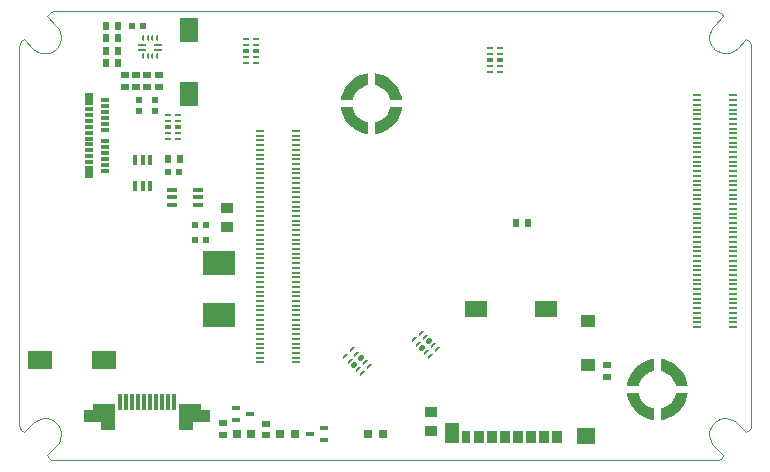
<source format=gtp>
G04*
G04 #@! TF.GenerationSoftware,Altium Limited,Altium Designer,21.2.2 (38)*
G04*
G04 Layer_Color=8421504*
%FSLAX44Y44*%
%MOMM*%
G71*
G04*
G04 #@! TF.SameCoordinates,5E46DD17-87F1-4086-B896-1A8DD57D8BDF*
G04*
G04*
G04 #@! TF.FilePolarity,Positive*
G04*
G01*
G75*
%ADD16C,0.1000*%
%ADD18R,2.6500X1.1000*%
%ADD19R,1.9500X1.6000*%
%ADD20R,1.2500X2.3000*%
G04:AMPARAMS|DCode=21|XSize=0.2mm|YSize=0.565mm|CornerRadius=0.05mm|HoleSize=0mm|Usage=FLASHONLY|Rotation=90.000|XOffset=0mm|YOffset=0mm|HoleType=Round|Shape=RoundedRectangle|*
%AMROUNDEDRECTD21*
21,1,0.2000,0.4650,0,0,90.0*
21,1,0.1000,0.5650,0,0,90.0*
1,1,0.1000,0.2325,0.0500*
1,1,0.1000,0.2325,-0.0500*
1,1,0.1000,-0.2325,-0.0500*
1,1,0.1000,-0.2325,0.0500*
%
%ADD21ROUNDEDRECTD21*%
G04:AMPARAMS|DCode=22|XSize=0.4mm|YSize=0.565mm|CornerRadius=0.05mm|HoleSize=0mm|Usage=FLASHONLY|Rotation=90.000|XOffset=0mm|YOffset=0mm|HoleType=Round|Shape=RoundedRectangle|*
%AMROUNDEDRECTD22*
21,1,0.4000,0.4650,0,0,90.0*
21,1,0.3000,0.5650,0,0,90.0*
1,1,0.1000,0.2325,0.1500*
1,1,0.1000,0.2325,-0.1500*
1,1,0.1000,-0.2325,-0.1500*
1,1,0.1000,-0.2325,0.1500*
%
%ADD22ROUNDEDRECTD22*%
%ADD23R,0.7000X0.3000*%
%ADD24R,0.7000X1.0000*%
%ADD25R,0.6200X0.6200*%
%ADD26R,0.8500X0.3500*%
%ADD27R,2.0000X1.5000*%
%ADD28R,0.3050X1.4050*%
%ADD29R,1.0000X1.0000*%
%ADD30R,0.3500X0.8500*%
%ADD31R,0.6500X0.5500*%
%ADD32R,2.7430X2.1590*%
%ADD33R,1.0000X0.9000*%
%ADD34R,0.8000X0.8000*%
%ADD35R,0.5500X0.6500*%
G04:AMPARAMS|DCode=36|XSize=0.2mm|YSize=0.7mm|CornerRadius=0.05mm|HoleSize=0mm|Usage=FLASHONLY|Rotation=90.000|XOffset=0mm|YOffset=0mm|HoleType=Round|Shape=RoundedRectangle|*
%AMROUNDEDRECTD36*
21,1,0.2000,0.6000,0,0,90.0*
21,1,0.1000,0.7000,0,0,90.0*
1,1,0.1000,0.3000,0.0500*
1,1,0.1000,0.3000,-0.0500*
1,1,0.1000,-0.3000,-0.0500*
1,1,0.1000,-0.3000,0.0500*
%
%ADD36ROUNDEDRECTD36*%
G04:AMPARAMS|DCode=37|XSize=0.2mm|YSize=0.5mm|CornerRadius=0.05mm|HoleSize=0mm|Usage=FLASHONLY|Rotation=180.000|XOffset=0mm|YOffset=0mm|HoleType=Round|Shape=RoundedRectangle|*
%AMROUNDEDRECTD37*
21,1,0.2000,0.4000,0,0,180.0*
21,1,0.1000,0.5000,0,0,180.0*
1,1,0.1000,-0.0500,0.2000*
1,1,0.1000,0.0500,0.2000*
1,1,0.1000,0.0500,-0.2000*
1,1,0.1000,-0.0500,-0.2000*
%
%ADD37ROUNDEDRECTD37*%
%ADD38R,1.5000X2.0000*%
%ADD39R,0.7100X0.3000*%
%ADD40R,0.7000X0.1800*%
G04:AMPARAMS|DCode=41|XSize=0.2mm|YSize=0.565mm|CornerRadius=0.05mm|HoleSize=0mm|Usage=FLASHONLY|Rotation=135.000|XOffset=0mm|YOffset=0mm|HoleType=Round|Shape=RoundedRectangle|*
%AMROUNDEDRECTD41*
21,1,0.2000,0.4650,0,0,135.0*
21,1,0.1000,0.5650,0,0,135.0*
1,1,0.1000,0.1291,0.1998*
1,1,0.1000,0.1998,0.1291*
1,1,0.1000,-0.1291,-0.1998*
1,1,0.1000,-0.1998,-0.1291*
%
%ADD41ROUNDEDRECTD41*%
G04:AMPARAMS|DCode=42|XSize=0.4mm|YSize=0.565mm|CornerRadius=0.05mm|HoleSize=0mm|Usage=FLASHONLY|Rotation=135.000|XOffset=0mm|YOffset=0mm|HoleType=Round|Shape=RoundedRectangle|*
%AMROUNDEDRECTD42*
21,1,0.4000,0.4650,0,0,135.0*
21,1,0.3000,0.5650,0,0,135.0*
1,1,0.1000,0.0583,0.2705*
1,1,0.1000,0.2705,0.0583*
1,1,0.1000,-0.0583,-0.2705*
1,1,0.1000,-0.2705,-0.0583*
%
%ADD42ROUNDEDRECTD42*%
%ADD43R,0.7500X1.1000*%
%ADD44R,0.8500X1.1000*%
%ADD45R,0.8750X1.1000*%
%ADD46R,1.2000X1.0000*%
%ADD47R,1.1700X1.8000*%
%ADD48R,1.5500X1.3500*%
%ADD49R,1.9000X1.3500*%
%ADD50R,0.6200X0.6200*%
G36*
X297831Y275944D02*
X298222Y285993D01*
X297028Y286251D01*
X294716Y287036D01*
X292551Y288163D01*
X290582Y289606D01*
X288856Y291332D01*
X287413Y293301D01*
X286286Y295466D01*
X285501Y297778D01*
X285243Y298972D01*
X285243D01*
X275194Y298581D01*
X275457Y296437D01*
X276684Y292294D01*
X278578Y288410D01*
X281088Y284893D01*
X284143Y281838D01*
X287661Y279328D01*
X291544Y277434D01*
X295687Y276207D01*
X297831Y275944D01*
X297831Y275944D01*
D02*
G37*
G36*
X275194Y304919D02*
X285243Y304528D01*
X285501Y305722D01*
X286286Y308034D01*
X287413Y310199D01*
X288856Y312168D01*
X290582Y313894D01*
X292551Y315337D01*
X294716Y316464D01*
X297028Y317249D01*
X298222Y317507D01*
D01*
X297831Y327556D01*
X295687Y327293D01*
X291544Y326066D01*
X287661Y324172D01*
X284143Y321662D01*
X281088Y318607D01*
X278578Y315089D01*
X276684Y311206D01*
X275457Y307063D01*
X275194Y304919D01*
X275194D01*
D02*
G37*
G36*
X326806Y298581D02*
X316757Y298972D01*
X316499Y297778D01*
X315714Y295466D01*
X314587Y293301D01*
X313144Y291332D01*
X311418Y289606D01*
X309449Y288163D01*
X307284Y287036D01*
X304972Y286251D01*
X303778Y285993D01*
X303778Y285993D01*
X304169Y275944D01*
X306313Y276207D01*
X310456Y277434D01*
X314340Y279328D01*
X317857Y281838D01*
X320913Y284893D01*
X323422Y288410D01*
X325316Y292294D01*
X326543Y296437D01*
X326806Y298581D01*
Y298581D01*
D02*
G37*
G36*
X304169Y327556D02*
X303778Y317507D01*
X304972Y317249D01*
X307284Y316464D01*
X309449Y315337D01*
X311418Y313894D01*
X313144Y312168D01*
X314587Y310199D01*
X315714Y308034D01*
X316499Y305722D01*
X316757Y304528D01*
Y304528D01*
X326806Y304919D01*
X326543Y307063D01*
X325316Y311206D01*
X323422Y315089D01*
X320913Y318607D01*
X317857Y321662D01*
X314340Y324172D01*
X310456Y326066D01*
X306313Y327293D01*
X304169Y327556D01*
D01*
D02*
G37*
G36*
X539832Y33944D02*
X540222Y43993D01*
X539028Y44251D01*
X536716Y45036D01*
X534551Y46163D01*
X532582Y47606D01*
X530856Y49332D01*
X529413Y51301D01*
X528286Y53466D01*
X527501Y55778D01*
X527243Y56972D01*
X527243D01*
X517194Y56581D01*
X517457Y54437D01*
X518684Y50294D01*
X520578Y46411D01*
X523088Y42893D01*
X526143Y39838D01*
X529661Y37328D01*
X533544Y35434D01*
X537687Y34207D01*
X539831Y33944D01*
X539832Y33944D01*
D02*
G37*
G36*
X517194Y62919D02*
X527243Y62528D01*
X527501Y63722D01*
X528286Y66034D01*
X529413Y68199D01*
X530856Y70168D01*
X532582Y71894D01*
X534551Y73337D01*
X536716Y74464D01*
X539028Y75249D01*
X540222Y75507D01*
D01*
X539831Y85556D01*
X537687Y85293D01*
X533544Y84066D01*
X529661Y82172D01*
X526143Y79662D01*
X523088Y76607D01*
X520578Y73089D01*
X518684Y69206D01*
X517457Y65063D01*
X517194Y62919D01*
X517194D01*
D02*
G37*
G36*
X568806Y56581D02*
X558757Y56972D01*
X558499Y55778D01*
X557714Y53466D01*
X556587Y51301D01*
X555144Y49332D01*
X553418Y47606D01*
X551449Y46163D01*
X549284Y45036D01*
X546972Y44251D01*
X545778Y43993D01*
X545778Y43993D01*
X546169Y33944D01*
X548313Y34207D01*
X552456Y35434D01*
X556339Y37328D01*
X559857Y39838D01*
X562912Y42893D01*
X565422Y46411D01*
X567316Y50294D01*
X568543Y54437D01*
X568806Y56581D01*
Y56581D01*
D02*
G37*
G36*
X546169Y85556D02*
X545778Y75507D01*
X546972Y75249D01*
X549284Y74464D01*
X551449Y73337D01*
X553418Y71894D01*
X555144Y70168D01*
X556587Y68199D01*
X557714Y66034D01*
X558499Y63722D01*
X558757Y62528D01*
Y62528D01*
X568806Y62919D01*
X568543Y65063D01*
X567316Y69206D01*
X565422Y73089D01*
X562912Y76607D01*
X559857Y79662D01*
X556339Y82172D01*
X552456Y84066D01*
X548313Y85293D01*
X546169Y85556D01*
D01*
D02*
G37*
D16*
X32500Y379977D02*
X29879Y379475D01*
X27629Y378042D01*
X26067Y375879D01*
X6627Y356424D02*
X4461Y354860D01*
X3025Y352606D01*
X2523Y349982D01*
X14577Y348441D02*
X16530Y346819D01*
X18746Y345585D01*
X21152Y344778D01*
X23665Y344428D01*
X26200Y344545D01*
X28670Y345126D01*
X30991Y346151D01*
X33084Y347585D01*
X34878Y349379D01*
X36312Y351472D01*
X37337Y353793D01*
X37918Y356264D01*
X38036Y358798D01*
X37685Y361311D01*
X36879Y363717D01*
X35644Y365934D01*
X34023Y367886D01*
X26067Y4098D02*
X27629Y1935D01*
X29879Y501D01*
X32500Y-0D01*
X34023Y12091D02*
X35644Y14043D01*
X36879Y16260D01*
X37685Y18666D01*
X38036Y21179D01*
X37918Y23713D01*
X37337Y26183D01*
X36312Y28504D01*
X34879Y30598D01*
X33084Y32392D01*
X30991Y33826D01*
X28670Y34851D01*
X26200Y35432D01*
X23665Y35549D01*
X21152Y35198D01*
X18746Y34392D01*
X16530Y33157D01*
X14577Y31536D01*
X2523Y29995D02*
X3025Y27370D01*
X4461Y25117D01*
X6627Y23553D01*
X622495Y350000D02*
X621993Y352621D01*
X620560Y354871D01*
X618396Y356433D01*
X590958Y367923D02*
X589337Y365970D01*
X588102Y363754D01*
X587296Y361348D01*
X586946Y358835D01*
X587063Y356300D01*
X587644Y353830D01*
X588669Y351509D01*
X590103Y349416D01*
X591897Y347621D01*
X593990Y346188D01*
X596311Y345163D01*
X598781Y344582D01*
X601316Y344464D01*
X603829Y344815D01*
X606235Y345621D01*
X608452Y346856D01*
X610404Y348477D01*
X598942Y375873D02*
X597378Y378039D01*
X595124Y379475D01*
X592500Y379977D01*
X592500Y0D02*
X595124Y502D01*
X597378Y1938D01*
X598942Y4104D01*
X610404Y31500D02*
X608452Y33121D01*
X606235Y34356D01*
X603829Y35162D01*
X601316Y35512D01*
X598781Y35395D01*
X596311Y34814D01*
X593990Y33790D01*
X591897Y32355D01*
X590103Y30561D01*
X588669Y28468D01*
X587644Y26147D01*
X587063Y23677D01*
X586946Y21142D01*
X587296Y18629D01*
X588102Y16223D01*
X589337Y14007D01*
X590958Y12055D01*
X618396Y23544D02*
X620560Y25106D01*
X621993Y27356D01*
X622495Y29977D01*
X622495Y350000D02*
X622495Y30000D01*
X26050Y375859D02*
X34023Y367886D01*
X6604Y356413D02*
X14577Y348441D01*
X26050Y4118D02*
X34023Y12091D01*
X6604Y23563D02*
X14577Y31536D01*
X610404Y348477D02*
X618377Y356450D01*
X590958Y367923D02*
X598931Y375896D01*
X590958Y12055D02*
X598931Y4081D01*
X610404Y31500D02*
X618377Y23527D01*
X2500Y350000D02*
X2500Y29982D01*
X32500Y-0D02*
X592500Y-0D01*
X32500Y379977D02*
X592500Y379977D01*
D18*
X151165Y37695D02*
D03*
X70665Y37695D02*
D03*
D19*
X147665Y40195D02*
D03*
X74165Y40195D02*
D03*
D20*
X144166Y36691D02*
D03*
X77671Y36694D02*
D03*
D21*
X137000Y272250D02*
D03*
Y277250D02*
D03*
Y287250D02*
D03*
Y292250D02*
D03*
X128650D02*
D03*
Y287250D02*
D03*
Y277250D02*
D03*
Y272250D02*
D03*
X202850Y356500D02*
D03*
Y351500D02*
D03*
Y341500D02*
D03*
Y336500D02*
D03*
X194500D02*
D03*
Y341500D02*
D03*
Y351500D02*
D03*
Y356500D02*
D03*
X401575Y349000D02*
D03*
Y344000D02*
D03*
Y334000D02*
D03*
Y329000D02*
D03*
X409925D02*
D03*
Y334000D02*
D03*
Y344000D02*
D03*
Y349000D02*
D03*
D22*
X137000Y282250D02*
D03*
X128650D02*
D03*
X202850Y346500D02*
D03*
X194500D02*
D03*
X401575Y339000D02*
D03*
X409925D02*
D03*
D23*
X62200Y252300D02*
D03*
Y257300D02*
D03*
X75200Y304800D02*
D03*
Y299800D02*
D03*
Y294800D02*
D03*
Y289800D02*
D03*
Y284800D02*
D03*
Y279800D02*
D03*
Y269800D02*
D03*
Y264800D02*
D03*
Y259800D02*
D03*
Y254800D02*
D03*
Y249800D02*
D03*
Y244800D02*
D03*
X62200Y262300D02*
D03*
Y267300D02*
D03*
Y272300D02*
D03*
Y277300D02*
D03*
Y282300D02*
D03*
Y287300D02*
D03*
Y292300D02*
D03*
Y297300D02*
D03*
D24*
Y243800D02*
D03*
Y305800D02*
D03*
D25*
X160750Y186750D02*
D03*
X151750D02*
D03*
Y199014D02*
D03*
X160750D02*
D03*
X107250Y367750D02*
D03*
X98250D02*
D03*
X138000Y244000D02*
D03*
X129000D02*
D03*
D26*
X131750Y216000D02*
D03*
Y222500D02*
D03*
Y229000D02*
D03*
X153750D02*
D03*
Y222500D02*
D03*
Y216000D02*
D03*
D27*
X20250Y85000D02*
D03*
X74250D02*
D03*
D28*
X133415Y49195D02*
D03*
X123415D02*
D03*
X128415D02*
D03*
X118415D02*
D03*
X113415D02*
D03*
X108415D02*
D03*
X103415D02*
D03*
X98415D02*
D03*
X93415D02*
D03*
X88415D02*
D03*
D03*
D29*
X148075Y39305D02*
D03*
X73925Y39385D02*
D03*
D30*
X113750Y254250D02*
D03*
X107250D02*
D03*
X100750D02*
D03*
Y232250D02*
D03*
X107250D02*
D03*
X113750D02*
D03*
D31*
X500500Y80750D02*
D03*
Y70750D02*
D03*
X175000Y21500D02*
D03*
Y31500D02*
D03*
X212000Y21000D02*
D03*
Y31000D02*
D03*
X111167Y326000D02*
D03*
Y316000D02*
D03*
X101583Y316000D02*
D03*
Y326000D02*
D03*
X120750Y326000D02*
D03*
Y316000D02*
D03*
X92000Y316000D02*
D03*
Y326000D02*
D03*
D32*
X171500Y166700D02*
D03*
Y122500D02*
D03*
D33*
X178250Y197500D02*
D03*
Y213500D02*
D03*
X351119Y24706D02*
D03*
Y40706D02*
D03*
D34*
X236000Y22000D02*
D03*
X223500D02*
D03*
X186750Y22500D02*
D03*
X199250D02*
D03*
X298250Y22000D02*
D03*
X310750D02*
D03*
D35*
X423750Y200750D02*
D03*
X433750D02*
D03*
X86500Y367750D02*
D03*
X76500D02*
D03*
X86500Y336000D02*
D03*
X76500D02*
D03*
X86500Y357000D02*
D03*
X76500D02*
D03*
X86500Y346500D02*
D03*
X76500D02*
D03*
X128500Y255000D02*
D03*
X138500D02*
D03*
D36*
X107000Y351499D02*
D03*
Y347499D02*
D03*
X120000D02*
D03*
Y351499D02*
D03*
D37*
X107500Y342000D02*
D03*
X111500D02*
D03*
X115500D02*
D03*
X119500D02*
D03*
Y357000D02*
D03*
X115500D02*
D03*
X111500D02*
D03*
X107500D02*
D03*
D38*
X146250Y310250D02*
D03*
Y364250D02*
D03*
D39*
X186050Y43750D02*
D03*
Y33750D02*
D03*
X198250Y38750D02*
D03*
X261100Y17250D02*
D03*
Y27250D02*
D03*
X248900Y22250D02*
D03*
D40*
X237400Y278750D02*
D03*
Y274750D02*
D03*
Y270750D02*
D03*
Y266750D02*
D03*
Y262750D02*
D03*
Y258750D02*
D03*
Y254750D02*
D03*
Y250750D02*
D03*
Y246750D02*
D03*
Y242750D02*
D03*
Y238750D02*
D03*
Y234750D02*
D03*
Y230750D02*
D03*
Y226750D02*
D03*
Y222750D02*
D03*
Y218750D02*
D03*
Y214750D02*
D03*
Y210750D02*
D03*
Y206750D02*
D03*
Y202750D02*
D03*
Y198750D02*
D03*
Y194750D02*
D03*
Y190750D02*
D03*
Y186750D02*
D03*
Y182750D02*
D03*
Y178750D02*
D03*
Y174750D02*
D03*
Y170750D02*
D03*
Y166750D02*
D03*
Y162750D02*
D03*
Y158750D02*
D03*
Y154750D02*
D03*
Y150750D02*
D03*
Y146750D02*
D03*
Y142750D02*
D03*
Y138750D02*
D03*
Y134750D02*
D03*
Y130750D02*
D03*
Y126750D02*
D03*
Y122750D02*
D03*
Y118750D02*
D03*
Y114750D02*
D03*
Y110750D02*
D03*
Y106750D02*
D03*
Y102750D02*
D03*
Y98750D02*
D03*
Y94750D02*
D03*
Y90750D02*
D03*
Y86750D02*
D03*
Y82750D02*
D03*
X206600Y278750D02*
D03*
Y274750D02*
D03*
Y270750D02*
D03*
Y266750D02*
D03*
Y262750D02*
D03*
Y258750D02*
D03*
Y254750D02*
D03*
Y250750D02*
D03*
Y246750D02*
D03*
Y242750D02*
D03*
Y238750D02*
D03*
Y234750D02*
D03*
Y230750D02*
D03*
Y226750D02*
D03*
Y222750D02*
D03*
Y218750D02*
D03*
Y214750D02*
D03*
Y210750D02*
D03*
Y206750D02*
D03*
Y202750D02*
D03*
Y198750D02*
D03*
Y194750D02*
D03*
Y190750D02*
D03*
Y186750D02*
D03*
Y182750D02*
D03*
Y178750D02*
D03*
Y174750D02*
D03*
Y170750D02*
D03*
Y166750D02*
D03*
Y162750D02*
D03*
Y158750D02*
D03*
Y154750D02*
D03*
Y150750D02*
D03*
Y146750D02*
D03*
Y142750D02*
D03*
Y138750D02*
D03*
Y134750D02*
D03*
Y130750D02*
D03*
Y126750D02*
D03*
Y122750D02*
D03*
Y118750D02*
D03*
Y114750D02*
D03*
Y110750D02*
D03*
Y106750D02*
D03*
Y102750D02*
D03*
Y98750D02*
D03*
Y94750D02*
D03*
Y90750D02*
D03*
Y86750D02*
D03*
Y82750D02*
D03*
X607400Y308750D02*
D03*
Y304750D02*
D03*
Y300750D02*
D03*
Y296750D02*
D03*
Y292750D02*
D03*
Y288750D02*
D03*
Y284750D02*
D03*
Y280750D02*
D03*
Y276750D02*
D03*
Y272750D02*
D03*
Y268750D02*
D03*
Y264750D02*
D03*
Y260750D02*
D03*
Y256750D02*
D03*
Y252750D02*
D03*
Y248750D02*
D03*
Y244750D02*
D03*
Y240750D02*
D03*
Y236750D02*
D03*
Y232750D02*
D03*
Y228750D02*
D03*
Y224750D02*
D03*
Y220750D02*
D03*
Y216750D02*
D03*
Y212750D02*
D03*
Y208750D02*
D03*
Y204750D02*
D03*
Y200750D02*
D03*
Y196750D02*
D03*
Y192750D02*
D03*
Y188750D02*
D03*
Y184750D02*
D03*
Y180750D02*
D03*
Y176750D02*
D03*
Y172750D02*
D03*
Y168750D02*
D03*
Y164750D02*
D03*
Y160750D02*
D03*
Y156750D02*
D03*
Y152750D02*
D03*
Y148750D02*
D03*
Y144750D02*
D03*
Y140750D02*
D03*
Y136750D02*
D03*
Y132750D02*
D03*
Y128750D02*
D03*
Y124750D02*
D03*
Y120750D02*
D03*
Y116750D02*
D03*
Y112750D02*
D03*
X576600Y308750D02*
D03*
Y304750D02*
D03*
Y300750D02*
D03*
Y296750D02*
D03*
Y292750D02*
D03*
Y288750D02*
D03*
Y284750D02*
D03*
Y280750D02*
D03*
Y276750D02*
D03*
Y272750D02*
D03*
Y268750D02*
D03*
Y264750D02*
D03*
Y260750D02*
D03*
Y256750D02*
D03*
Y252750D02*
D03*
Y248750D02*
D03*
Y244750D02*
D03*
Y240750D02*
D03*
Y236750D02*
D03*
Y232750D02*
D03*
Y228750D02*
D03*
Y224750D02*
D03*
Y220750D02*
D03*
Y216750D02*
D03*
Y212750D02*
D03*
Y208750D02*
D03*
Y204750D02*
D03*
Y200750D02*
D03*
Y196750D02*
D03*
Y192750D02*
D03*
Y188750D02*
D03*
Y184750D02*
D03*
Y180750D02*
D03*
Y176750D02*
D03*
Y172750D02*
D03*
Y168750D02*
D03*
Y164750D02*
D03*
Y160750D02*
D03*
Y156750D02*
D03*
Y152750D02*
D03*
Y148750D02*
D03*
Y144750D02*
D03*
Y140750D02*
D03*
Y136750D02*
D03*
Y132750D02*
D03*
Y128750D02*
D03*
Y124750D02*
D03*
Y120750D02*
D03*
Y116750D02*
D03*
Y112750D02*
D03*
D41*
X298892Y79608D02*
D03*
X295357Y83143D02*
D03*
X288286Y90214D02*
D03*
X284750Y93750D02*
D03*
X278846Y87846D02*
D03*
X282381Y84310D02*
D03*
X289452Y77239D02*
D03*
X292988Y73703D02*
D03*
X336775Y102167D02*
D03*
X340310Y98631D02*
D03*
X347381Y91560D02*
D03*
X350917Y88025D02*
D03*
X356821Y93929D02*
D03*
X353285Y97465D02*
D03*
X346214Y104536D02*
D03*
X342679Y108071D02*
D03*
D42*
X291821Y86679D02*
D03*
X285917Y80775D02*
D03*
X343846Y95096D02*
D03*
X349750Y101000D02*
D03*
D43*
X381250Y19325D02*
D03*
D44*
X391750D02*
D03*
X413750D02*
D03*
X424750D02*
D03*
X435750D02*
D03*
X457750D02*
D03*
X402750D02*
D03*
D45*
X446750D02*
D03*
D46*
X484100Y80825D02*
D03*
Y117825D02*
D03*
D47*
X369150Y22825D02*
D03*
D48*
X482350Y20575D02*
D03*
D49*
X389400Y127575D02*
D03*
X449100D02*
D03*
D50*
X104000Y304750D02*
D03*
Y295750D02*
D03*
X117670Y295706D02*
D03*
Y304706D02*
D03*
M02*

</source>
